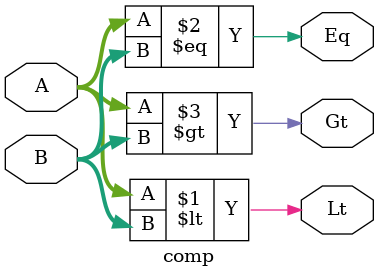
<source format=v>
module comp(
    input [3:0] A,B ,
    output reg Lt,Eq,Gt

);
    assign Lt = A < B; 
    assign Eq = A == B; 
    assign Gt = A > B; 
endmodule
</source>
